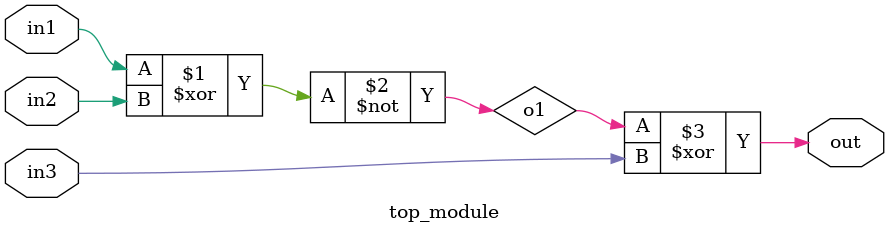
<source format=v>
module top_module (
    input in1,
    input in2,
    input in3,
    output out);
wire o1;
    assign o1=~(in1^in2),
        out=o1^in3;
endmodule

</source>
